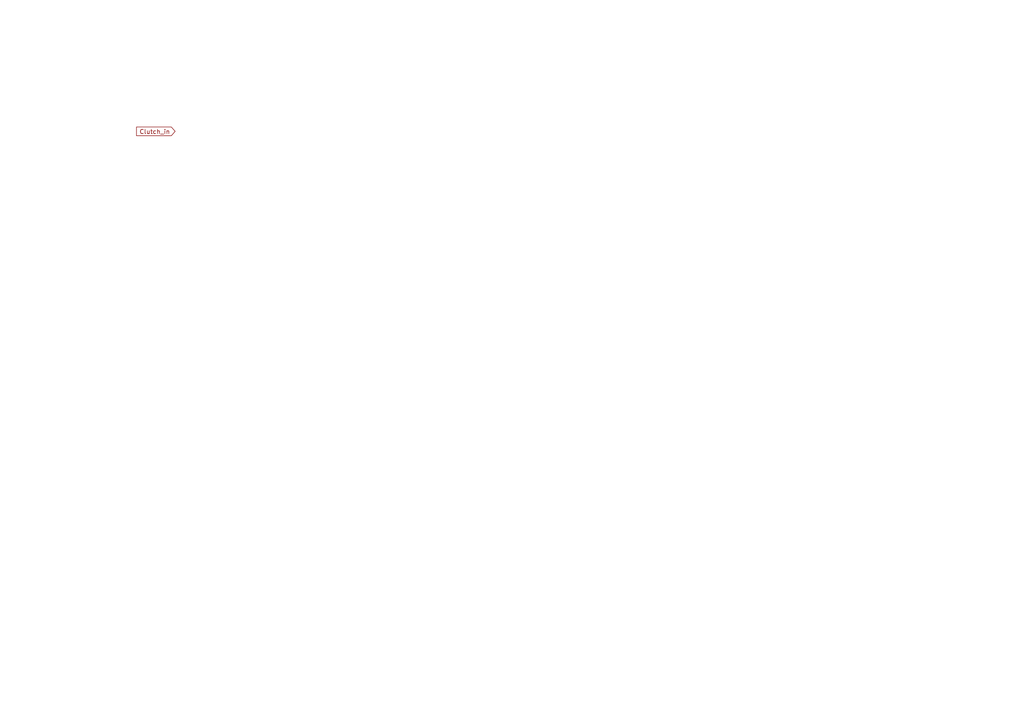
<source format=kicad_sch>
(kicad_sch (version 20220103) (generator eeschema)
  (paper "A4")
  (lib_symbols)
  (global_label "Clutch_in" (shape input) (at 50.8 38.1 180) (property "Intersheetrefs" "${INTERSHEET_REFS}" (at -69.85 -82.55 0)))
)
</source>
